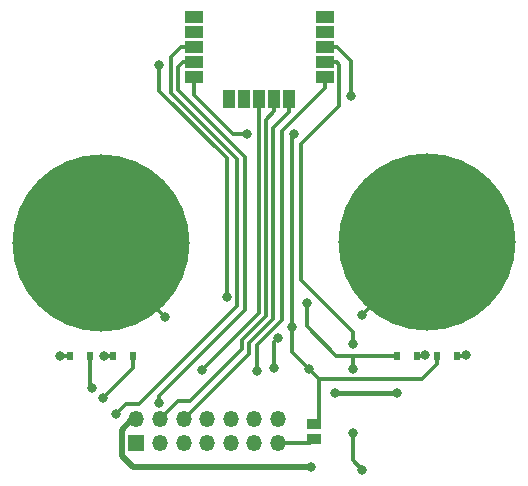
<source format=gbl>
G04 #@! TF.GenerationSoftware,KiCad,Pcbnew,5.0.1-33cea8e~68~ubuntu16.04.1*
G04 #@! TF.CreationDate,2018-11-21T16:15:50+02:00*
G04 #@! TF.ProjectId,livolo_2_channels_1way_eu_switch,6C69766F6C6F5F325F6368616E6E656C,rev?*
G04 #@! TF.SameCoordinates,Original*
G04 #@! TF.FileFunction,Copper,L2,Bot,Signal*
G04 #@! TF.FilePolarity,Positive*
%FSLAX46Y46*%
G04 Gerber Fmt 4.6, Leading zero omitted, Abs format (unit mm)*
G04 Created by KiCad (PCBNEW 5.0.1-33cea8e~68~ubuntu16.04.1) date Wed 21 Nov 2018 16:15:50 EET*
%MOMM*%
%LPD*%
G01*
G04 APERTURE LIST*
G04 #@! TA.AperFunction,SMDPad,CuDef*
%ADD10R,0.600000X0.800000*%
G04 #@! TD*
G04 #@! TA.AperFunction,ComponentPad*
%ADD11O,1.350000X1.350000*%
G04 #@! TD*
G04 #@! TA.AperFunction,ComponentPad*
%ADD12R,1.350000X1.350000*%
G04 #@! TD*
G04 #@! TA.AperFunction,Conductor*
%ADD13C,15.000000*%
G04 #@! TD*
G04 #@! TA.AperFunction,SMDPad,CuDef*
%ADD14R,1.270000X0.970000*%
G04 #@! TD*
G04 #@! TA.AperFunction,ComponentPad*
%ADD15C,0.600000*%
G04 #@! TD*
G04 #@! TA.AperFunction,SMDPad,CuDef*
%ADD16R,1.500000X1.000000*%
G04 #@! TD*
G04 #@! TA.AperFunction,SMDPad,CuDef*
%ADD17R,1.000000X1.500000*%
G04 #@! TD*
G04 #@! TA.AperFunction,ViaPad*
%ADD18C,0.800000*%
G04 #@! TD*
G04 #@! TA.AperFunction,Conductor*
%ADD19C,0.300000*%
G04 #@! TD*
G04 #@! TA.AperFunction,Conductor*
%ADD20C,0.450000*%
G04 #@! TD*
G04 #@! TA.AperFunction,Conductor*
%ADD21C,0.500000*%
G04 #@! TD*
G04 APERTURE END LIST*
D10*
G04 #@! TO.P,D3,2*
G04 #@! TO.N,Net-(D3-Pad2)*
X129650000Y-102150000D03*
G04 #@! TO.P,D3,1*
G04 #@! TO.N,GND*
X131350000Y-102150000D03*
G04 #@! TD*
G04 #@! TO.P,D4,1*
G04 #@! TO.N,Net-(D4-Pad1)*
X126000000Y-102150000D03*
G04 #@! TO.P,D4,2*
G04 #@! TO.N,+3V3*
X127700000Y-102150000D03*
G04 #@! TD*
G04 #@! TO.P,D5,1*
G04 #@! TO.N,Net-(D5-Pad1)*
X158800000Y-102150000D03*
G04 #@! TO.P,D5,2*
G04 #@! TO.N,+3V3*
X157100000Y-102150000D03*
G04 #@! TD*
G04 #@! TO.P,D6,2*
G04 #@! TO.N,Net-(D6-Pad2)*
X155450000Y-102150000D03*
G04 #@! TO.P,D6,1*
G04 #@! TO.N,GND*
X153750000Y-102150000D03*
G04 #@! TD*
D11*
G04 #@! TO.P,P4,14*
G04 #@! TO.N,N/C*
X143650000Y-107550000D03*
G04 #@! TO.P,P4,13*
G04 #@! TO.N,Net-(J2-Pad1)*
X143650000Y-109550000D03*
G04 #@! TO.P,P4,12*
G04 #@! TO.N,N/C*
X141650000Y-107550000D03*
G04 #@! TO.P,P4,11*
G04 #@! TO.N,GND*
X141650000Y-109550000D03*
G04 #@! TO.P,P4,10*
G04 #@! TO.N,N/C*
X139650000Y-107550000D03*
G04 #@! TO.P,P4,9*
X139650000Y-109550000D03*
G04 #@! TO.P,P4,8*
X137650000Y-107550000D03*
G04 #@! TO.P,P4,7*
X137650000Y-109550000D03*
G04 #@! TO.P,P4,6*
G04 #@! TO.N,/Relay1_Reset*
X135650000Y-107550000D03*
G04 #@! TO.P,P4,5*
G04 #@! TO.N,/Relay2_Set*
X135650000Y-109550000D03*
G04 #@! TO.P,P4,4*
G04 #@! TO.N,/Relay1_Set*
X133650000Y-107550000D03*
G04 #@! TO.P,P4,3*
G04 #@! TO.N,/Relay2_Reset*
X133650000Y-109550000D03*
G04 #@! TO.P,P4,2*
G04 #@! TO.N,/12Vcc*
X131650000Y-107550000D03*
D12*
G04 #@! TO.P,P4,1*
G04 #@! TO.N,N/C*
X131650000Y-109550000D03*
G04 #@! TD*
D13*
G04 #@! TO.N,Net-(R10-Pad1)*
G04 #@! TO.C,U1*
X128675000Y-92600000D03*
G04 #@! TD*
G04 #@! TO.N,Net-(R4-Pad2)*
G04 #@! TO.C,U6*
X156225000Y-92500000D03*
G04 #@! TD*
D14*
G04 #@! TO.P,J2,2*
G04 #@! TO.N,+3V3*
X146700000Y-107960000D03*
G04 #@! TO.P,J2,1*
G04 #@! TO.N,Net-(J2-Pad1)*
X146700000Y-109240000D03*
G04 #@! TD*
D15*
G04 #@! TO.P,U3,11*
G04 #@! TO.N,/MTPM*
X147550000Y-78580000D03*
G04 #@! TO.P,U3,12*
G04 #@! TO.N,/S1_LEDs*
X147550000Y-77310000D03*
G04 #@! TO.P,U3,13*
G04 #@! TO.N,/MTSA*
X147550000Y-76040000D03*
G04 #@! TO.P,U3,14*
G04 #@! TO.N,/SWDIO*
X147550000Y-74770000D03*
G04 #@! TO.P,U3,15*
G04 #@! TO.N,/SWCLK*
X147550000Y-73500000D03*
G04 #@! TO.P,U3,6*
G04 #@! TO.N,/TS1*
X139520000Y-80450000D03*
G04 #@! TO.P,U3,7*
G04 #@! TO.N,/TS2*
X140790000Y-80450000D03*
G04 #@! TO.P,U3,8*
G04 #@! TO.N,/S2_LEDs*
X142060000Y-80450000D03*
G04 #@! TO.P,U3,9*
G04 #@! TO.N,/Relay1_Set*
X143330000Y-80450000D03*
G04 #@! TO.P,U3,10*
G04 #@! TO.N,/Relay1_Reset*
X144600000Y-80450000D03*
G04 #@! TO.P,U3,5*
G04 #@! TO.N,+3V3*
X136450000Y-78580000D03*
G04 #@! TO.P,U3,4*
G04 #@! TO.N,/Relay2_Set*
X136450000Y-77310000D03*
G04 #@! TO.P,U3,3*
G04 #@! TO.N,/Relay2_Reset*
X136450000Y-76040000D03*
G04 #@! TO.P,U3,2*
G04 #@! TO.N,Net-(U3-Pad2)*
X136450000Y-74770000D03*
D16*
G04 #@! TO.P,U3,1*
G04 #@! TO.N,GND*
X136500000Y-73500000D03*
G04 #@! TO.P,U3,2*
G04 #@! TO.N,Net-(U3-Pad2)*
X136500000Y-74770000D03*
G04 #@! TO.P,U3,3*
G04 #@! TO.N,/Relay2_Reset*
X136500000Y-76040000D03*
G04 #@! TO.P,U3,4*
G04 #@! TO.N,/Relay2_Set*
X136500000Y-77310000D03*
G04 #@! TO.P,U3,5*
G04 #@! TO.N,+3V3*
X136500000Y-78580000D03*
D17*
G04 #@! TO.P,U3,10*
G04 #@! TO.N,/Relay1_Reset*
X144600000Y-80400000D03*
G04 #@! TO.P,U3,9*
G04 #@! TO.N,/Relay1_Set*
X143330000Y-80400000D03*
G04 #@! TO.P,U3,8*
G04 #@! TO.N,/S2_LEDs*
X142060000Y-80400000D03*
G04 #@! TO.P,U3,7*
G04 #@! TO.N,/TS2*
X140790000Y-80400000D03*
G04 #@! TO.P,U3,6*
G04 #@! TO.N,/TS1*
X139520000Y-80400000D03*
D16*
G04 #@! TO.P,U3,14*
G04 #@! TO.N,/SWDIO*
X147600000Y-74770000D03*
G04 #@! TO.P,U3,12*
G04 #@! TO.N,/S1_LEDs*
X147600000Y-77310000D03*
G04 #@! TO.P,U3,13*
G04 #@! TO.N,/MTSA*
X147600000Y-76040000D03*
G04 #@! TO.P,U3,11*
G04 #@! TO.N,/MTPM*
X147600000Y-78580000D03*
G04 #@! TO.P,U3,15*
G04 #@! TO.N,/SWCLK*
X147600000Y-73500000D03*
D15*
G04 #@! TO.P,U3,1*
G04 #@! TO.N,GND*
X136450000Y-73500000D03*
G04 #@! TD*
D18*
G04 #@! TO.N,+3V3*
X127899996Y-104900000D03*
X146300000Y-103300000D03*
X145000000Y-83400004D03*
X141000000Y-83400000D03*
X144804123Y-99745239D03*
G04 #@! TO.N,GND*
X146100000Y-97700000D03*
X139300000Y-97200000D03*
X150035090Y-103249990D03*
X128800000Y-105750032D03*
X150800000Y-111800000D03*
X150000000Y-108669998D03*
X133577499Y-77563829D03*
G04 #@! TO.N,Net-(C7-Pad1)*
X153700000Y-105300000D03*
X148449998Y-105300000D03*
G04 #@! TO.N,/12Vcc*
X146400000Y-111599998D03*
G04 #@! TO.N,Net-(D3-Pad2)*
X128900000Y-102200000D03*
G04 #@! TO.N,Net-(D4-Pad1)*
X125194336Y-102172950D03*
G04 #@! TO.N,Net-(D5-Pad1)*
X159591515Y-102115141D03*
G04 #@! TO.N,Net-(D6-Pad2)*
X156099946Y-102100000D03*
G04 #@! TO.N,/S2_LEDs*
X137207897Y-103342742D03*
G04 #@! TO.N,/S1_LEDs*
X150000000Y-101200000D03*
G04 #@! TO.N,/Relay2_Reset*
X129905440Y-107104681D03*
G04 #@! TO.N,/Relay2_Set*
X133551048Y-106151048D03*
G04 #@! TO.N,Net-(R3-Pad2)*
X143347890Y-103154207D03*
X143660372Y-100650010D03*
G04 #@! TO.N,Net-(R4-Pad2)*
X150800000Y-98700000D03*
G04 #@! TO.N,Net-(R10-Pad1)*
X134100005Y-98899995D03*
G04 #@! TO.N,/MTSA*
X149800000Y-80200000D03*
G04 #@! TO.N,/MTPM*
X141850802Y-103448768D03*
G04 #@! TD*
D19*
G04 #@! TO.N,+3V3*
X146700000Y-107960000D02*
X146700000Y-107900000D01*
X146700000Y-107900000D02*
X147100000Y-107500000D01*
X147100000Y-107500000D02*
X147100000Y-104100000D01*
X155850000Y-104100000D02*
X147100000Y-104100000D01*
X157100000Y-102850000D02*
X155850000Y-104100000D01*
X157100000Y-102150000D02*
X157100000Y-102850000D01*
X147100000Y-104100000D02*
X146300000Y-103300000D01*
X127700000Y-102150000D02*
X127700000Y-104700004D01*
X127700000Y-104700004D02*
X127899996Y-104900000D01*
X127700000Y-102150000D02*
X127700000Y-102250000D01*
X146300000Y-103300000D02*
X144804123Y-101804123D01*
X136500000Y-80100000D02*
X139800000Y-83400000D01*
X136500000Y-78580000D02*
X136500000Y-80100000D01*
X139800000Y-83400000D02*
X141000000Y-83400000D01*
X144804123Y-99745239D02*
X144804123Y-101804123D01*
X144804123Y-83595881D02*
X145000000Y-83400004D01*
X144804123Y-99745239D02*
X144804123Y-83595881D01*
G04 #@! TO.N,GND*
X150035090Y-102185090D02*
X150035090Y-103249990D01*
X150000000Y-102150000D02*
X150035090Y-102185090D01*
X153750000Y-102150000D02*
X150000000Y-102150000D01*
X131350000Y-103200032D02*
X128800000Y-105750032D01*
X131350000Y-102150000D02*
X131350000Y-103200032D01*
X150000000Y-108669998D02*
X150000000Y-111000000D01*
X150000000Y-111000000D02*
X150800000Y-111800000D01*
X146100000Y-99651458D02*
X146100000Y-97700000D01*
X148598542Y-102150000D02*
X146100000Y-99651458D01*
X150000000Y-102150000D02*
X148598542Y-102150000D01*
X133577499Y-77563829D02*
X133577499Y-79723128D01*
X139300000Y-85445629D02*
X139300000Y-97200000D01*
X133577499Y-79723128D02*
X139300000Y-85445629D01*
D20*
G04 #@! TO.N,Net-(C7-Pad1)*
X148449998Y-105300000D02*
X153700000Y-105300000D01*
D21*
G04 #@! TO.N,/12Vcc*
X131650000Y-107550000D02*
X131600000Y-107600000D01*
X131600000Y-107600000D02*
X131200000Y-107600000D01*
X131200000Y-107600000D02*
X130400000Y-108400000D01*
X130400000Y-108400000D02*
X130400000Y-108410000D01*
X130400000Y-108410000D02*
X130424999Y-108434999D01*
X130424999Y-108434999D02*
X130424999Y-110665001D01*
X130424999Y-110665001D02*
X131359996Y-111599998D01*
X131359996Y-111599998D02*
X146400000Y-111599998D01*
D19*
G04 #@! TO.N,Net-(D3-Pad2)*
X128900000Y-102200000D02*
X129600000Y-102200000D01*
X129600000Y-102200000D02*
X129650000Y-102150000D01*
G04 #@! TO.N,Net-(D4-Pad1)*
X125194336Y-102172950D02*
X125977050Y-102172950D01*
X125977050Y-102172950D02*
X126000000Y-102150000D01*
G04 #@! TO.N,Net-(D5-Pad1)*
X159556656Y-102150000D02*
X159591515Y-102115141D01*
X158800000Y-102150000D02*
X159556656Y-102150000D01*
G04 #@! TO.N,Net-(D6-Pad2)*
X156099946Y-102100054D02*
X156099946Y-102100000D01*
X155450000Y-102150000D02*
X156050000Y-102150000D01*
X156050000Y-102150000D02*
X156099946Y-102100054D01*
G04 #@! TO.N,/S2_LEDs*
X142060000Y-80540000D02*
X142060000Y-80400000D01*
X141999947Y-80600053D02*
X142060000Y-80540000D01*
X141999947Y-98550692D02*
X141999947Y-80600053D01*
X137207897Y-103342742D02*
X141999947Y-98550692D01*
G04 #@! TO.N,/S1_LEDs*
X150000000Y-100151457D02*
X150000000Y-101200000D01*
X148650000Y-77310000D02*
X148850002Y-77510002D01*
X147600000Y-77310000D02*
X148650000Y-77310000D01*
X145600011Y-95751468D02*
X150000000Y-100151457D01*
X148850002Y-81008002D02*
X145600011Y-84257993D01*
X148850002Y-77510002D02*
X148850002Y-81008002D01*
X145600011Y-84257993D02*
X145600011Y-95751468D01*
G04 #@! TO.N,/Relay2_Reset*
X130810121Y-106200000D02*
X129905440Y-107104681D01*
X131900000Y-106200000D02*
X130810121Y-106200000D01*
X140200000Y-97900000D02*
X131900000Y-106200000D01*
X136500000Y-76040000D02*
X135450000Y-76040000D01*
X134600011Y-76889989D02*
X134600011Y-79897097D01*
X134600011Y-79897097D02*
X140200000Y-85497086D01*
X140200000Y-85497086D02*
X140200000Y-97900000D01*
X135450000Y-76040000D02*
X134600011Y-76889989D01*
G04 #@! TO.N,/Relay1_Reset*
X143200034Y-87743809D02*
X143199967Y-87743742D01*
X143200034Y-99047690D02*
X143200034Y-87743809D01*
X141199989Y-101047735D02*
X143200034Y-99047690D01*
X141199989Y-102000011D02*
X141199989Y-101047735D01*
X135650000Y-107550000D02*
X141199989Y-102000011D01*
X143200000Y-82893453D02*
X143200000Y-87743775D01*
X143200000Y-87743775D02*
X143200034Y-87743809D01*
X144600000Y-81493453D02*
X143200000Y-82893453D01*
X144600000Y-80450000D02*
X144600000Y-81493453D01*
G04 #@! TO.N,/Relay2_Set*
X135596545Y-77310000D02*
X136025736Y-77310000D01*
X136025736Y-77310000D02*
X136450000Y-77310000D01*
X133551048Y-106151048D02*
X133551048Y-105585363D01*
X133551048Y-105585363D02*
X140870516Y-98265895D01*
X135200022Y-77706523D02*
X135596545Y-77310000D01*
X140870516Y-85319059D02*
X135200022Y-79648565D01*
X140870516Y-98265895D02*
X140870516Y-85319059D01*
X135200022Y-79648565D02*
X135200022Y-77706523D01*
G04 #@! TO.N,/Relay1_Set*
X142600023Y-98799158D02*
X142600023Y-87992341D01*
X142600023Y-87992341D02*
X142599956Y-87992274D01*
X140599978Y-100799203D02*
X142600023Y-98799158D01*
X136200000Y-106000000D02*
X140599978Y-101600022D01*
X135200000Y-106000000D02*
X136200000Y-106000000D01*
X140599978Y-101600022D02*
X140599978Y-100799203D01*
X133650000Y-107550000D02*
X135200000Y-106000000D01*
X142599958Y-87992276D02*
X142600023Y-87992341D01*
X142599958Y-82193521D02*
X142599958Y-87992276D01*
X143330000Y-81463479D02*
X142599958Y-82193521D01*
X143330000Y-80400000D02*
X143330000Y-81463479D01*
G04 #@! TO.N,Net-(R3-Pad2)*
X143347890Y-103154207D02*
X143347890Y-100962492D01*
X143347890Y-100962492D02*
X143660372Y-100650010D01*
G04 #@! TO.N,Net-(R4-Pad2)*
X156225000Y-92500000D02*
X156225000Y-93275000D01*
X156225000Y-93275000D02*
X150800000Y-98700000D01*
G04 #@! TO.N,Net-(R10-Pad1)*
X128675000Y-93474990D02*
X134100005Y-98899995D01*
X128675000Y-92600000D02*
X128675000Y-93474990D01*
G04 #@! TO.N,/MTSA*
X147600000Y-76040000D02*
X148650000Y-76040000D01*
X149800000Y-77190000D02*
X149800000Y-80200000D01*
X148650000Y-76040000D02*
X149800000Y-77190000D01*
G04 #@! TO.N,/MTPM*
X147600000Y-79507120D02*
X147600000Y-78580000D01*
X141850802Y-103448768D02*
X141850802Y-101245465D01*
X141850802Y-101245465D02*
X144000000Y-99096267D01*
X144000000Y-99096267D02*
X144000000Y-83107120D01*
X144000000Y-83107120D02*
X147600000Y-79507120D01*
G04 #@! TO.N,Net-(J2-Pad1)*
X143650000Y-109550000D02*
X146390000Y-109550000D01*
X146390000Y-109550000D02*
X146700000Y-109240000D01*
G04 #@! TD*
M02*

</source>
